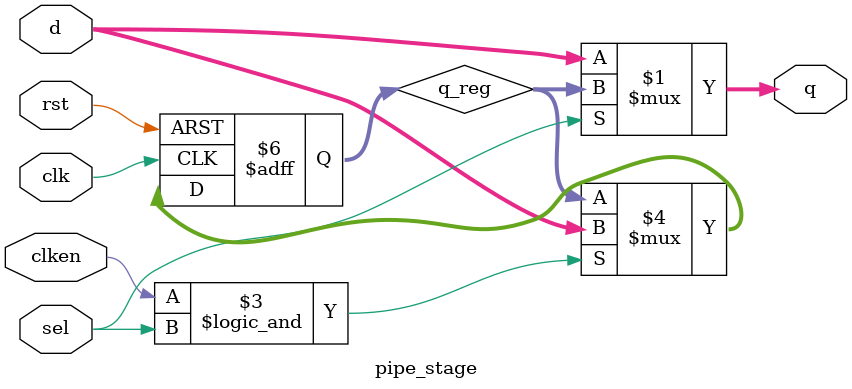
<source format=v>
module pipe_stage#(
    parameter N = 18,
    parameter RSTTYPE = "ASYNC"
)(
    input wire clk,
    input wire rst,
    input wire sel, clken,
    input wire [N-1:0] d,
    output wire [N-1:0] q
);

    reg [N-1:0] q_reg;
    
    // The register logic - only updates when sel=1 (pipeline enabled)
    generate
        if (RSTTYPE == "ASYNC") begin
            always @(posedge clk or posedge rst) begin
                if (rst) begin
                    q_reg <= 0;
                end else begin
                    if (clken && sel) begin
                        q_reg <= d;  // Register input when pipeline is enabled
                    end
                end
            end
        end else begin // Synchronous reset
            always @(posedge clk) begin
                if (rst) begin
                    q_reg <= 0;
                end else begin
                    if (clken && sel) begin
                        q_reg <= d;  // Register input when pipeline is enabled
                    end
                end
            end
        end
    endgenerate
    
    // Output mux: sel=1 uses registered value, sel=0 bypasses (direct input)
    assign q = sel ? q_reg : d;

endmodule

</source>
